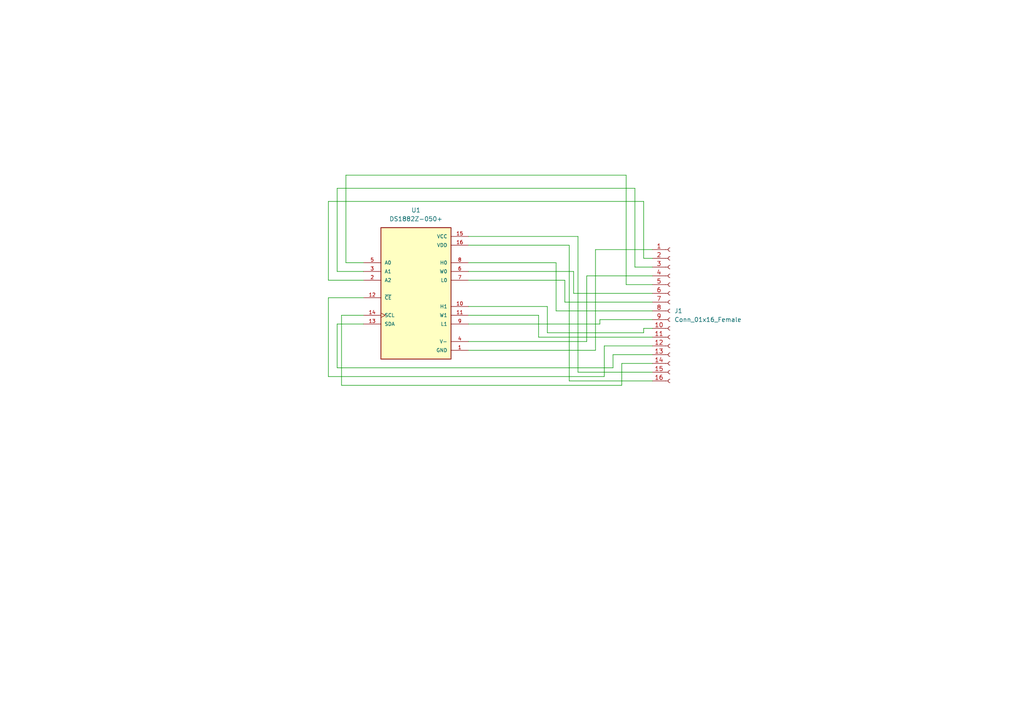
<source format=kicad_sch>
(kicad_sch (version 20211123) (generator eeschema)
  (paper "A4")
  (lib_symbols
    (symbol "Connector:Conn_01x16_Female" (pin_names (offset 1.016) hide)
      (property "Reference" "J" (at 0 20.32 0))
      (property "Value" "Conn_01x16_Female" (at 0 -22.86 0))
      (symbol "Conn_01x16_Female_1_1"
        (arc (start 0 -19.812) (mid -0.508 -20.32) (end 0 -20.828) (stroke (width 0.1524)))
        (arc (start 0 -17.272) (mid -0.508 -17.78) (end 0 -18.288) (stroke (width 0.1524)))
        (arc (start 0 -14.732) (mid -0.508 -15.24) (end 0 -15.748) (stroke (width 0.1524)))
        (arc (start 0 -12.192) (mid -0.508 -12.7) (end 0 -13.208) (stroke (width 0.1524)))
        (arc (start 0 -9.652) (mid -0.508 -10.16) (end 0 -10.668) (stroke (width 0.1524)))
        (arc (start 0 -7.112) (mid -0.508 -7.62) (end 0 -8.128) (stroke (width 0.1524)))
        (arc (start 0 -4.572) (mid -0.508 -5.08) (end 0 -5.588) (stroke (width 0.1524)))
        (arc (start 0 -2.032) (mid -0.508 -2.54) (end 0 -3.048) (stroke (width 0.1524)))
        (polyline (pts (xy -1.27 -20.32) (xy -0.508 -20.32)) (stroke (width 0.1524)))
        (polyline (pts (xy -1.27 -17.78) (xy -0.508 -17.78)) (stroke (width 0.1524)))
        (polyline (pts (xy -1.27 -15.24) (xy -0.508 -15.24)) (stroke (width 0.1524)))
        (polyline (pts (xy -1.27 -12.7) (xy -0.508 -12.7)) (stroke (width 0.1524)))
        (polyline (pts (xy -1.27 -10.16) (xy -0.508 -10.16)) (stroke (width 0.1524)))
        (polyline (pts (xy -1.27 -7.62) (xy -0.508 -7.62)) (stroke (width 0.1524)))
        (polyline (pts (xy -1.27 -5.08) (xy -0.508 -5.08)) (stroke (width 0.1524)))
        (polyline (pts (xy -1.27 -2.54) (xy -0.508 -2.54)) (stroke (width 0.1524)))
        (polyline (pts (xy -1.27 0) (xy -0.508 0)) (stroke (width 0.1524)))
        (polyline (pts (xy -1.27 2.54) (xy -0.508 2.54)) (stroke (width 0.1524)))
        (polyline (pts (xy -1.27 5.08) (xy -0.508 5.08)) (stroke (width 0.1524)))
        (polyline (pts (xy -1.27 7.62) (xy -0.508 7.62)) (stroke (width 0.1524)))
        (polyline (pts (xy -1.27 10.16) (xy -0.508 10.16)) (stroke (width 0.1524)))
        (polyline (pts (xy -1.27 12.7) (xy -0.508 12.7)) (stroke (width 0.1524)))
        (polyline (pts (xy -1.27 15.24) (xy -0.508 15.24)) (stroke (width 0.1524)))
        (polyline (pts (xy -1.27 17.78) (xy -0.508 17.78)) (stroke (width 0.1524)))
        (arc (start 0 0.508) (mid -0.508 0) (end 0 -0.508) (stroke (width 0.1524)))
        (arc (start 0 3.048) (mid -0.508 2.54) (end 0 2.032) (stroke (width 0.1524)))
        (arc (start 0 5.588) (mid -0.508 5.08) (end 0 4.572) (stroke (width 0.1524)))
        (arc (start 0 8.128) (mid -0.508 7.62) (end 0 7.112) (stroke (width 0.1524)))
        (arc (start 0 10.668) (mid -0.508 10.16) (end 0 9.652) (stroke (width 0.1524)))
        (arc (start 0 13.208) (mid -0.508 12.7) (end 0 12.192) (stroke (width 0.1524)))
        (arc (start 0 15.748) (mid -0.508 15.24) (end 0 14.732) (stroke (width 0.1524)))
        (arc (start 0 18.288) (mid -0.508 17.78) (end 0 17.272) (stroke (width 0.1524)))
        (pin passive line (at -5.08 17.78 0) (length 3.81) (name "Pin_1") (number "1"))
        (pin passive line (at -5.08 -5.08 0) (length 3.81) (name "Pin_10") (number "10"))
        (pin passive line (at -5.08 -7.62 0) (length 3.81) (name "Pin_11") (number "11"))
        (pin passive line (at -5.08 -10.16 0) (length 3.81) (name "Pin_12") (number "12"))
        (pin passive line (at -5.08 -12.7 0) (length 3.81) (name "Pin_13") (number "13"))
        (pin passive line (at -5.08 -15.24 0) (length 3.81) (name "Pin_14") (number "14"))
        (pin passive line (at -5.08 -17.78 0) (length 3.81) (name "Pin_15") (number "15"))
        (pin passive line (at -5.08 -20.32 0) (length 3.81) (name "Pin_16") (number "16"))
        (pin passive line (at -5.08 15.24 0) (length 3.81) (name "Pin_2") (number "2"))
        (pin passive line (at -5.08 12.7 0) (length 3.81) (name "Pin_3") (number "3"))
        (pin passive line (at -5.08 10.16 0) (length 3.81) (name "Pin_4") (number "4"))
        (pin passive line (at -5.08 7.62 0) (length 3.81) (name "Pin_5") (number "5"))
        (pin passive line (at -5.08 5.08 0) (length 3.81) (name "Pin_6") (number "6"))
        (pin passive line (at -5.08 2.54 0) (length 3.81) (name "Pin_7") (number "7"))
        (pin passive line (at -5.08 0 0) (length 3.81) (name "Pin_8") (number "8"))
        (pin passive line (at -5.08 -2.54 0) (length 3.81) (name "Pin_9") (number "9"))
      )
    )
    (symbol "DS1882Z-050_:DS1882Z-050+" (pin_names (offset 1.016))
      (property "Reference" "U" (at -10.16 18.288 0))
      (property "Value" "DS1882Z-050+" (at -10.16 -22.86 0))
      (symbol "DS1882Z-050+_0_0"
        (rectangle (start -10.16 -20.32) (end 10.16 17.78) (stroke (width 0.254)) (fill (type background)))
        (pin power_in line (at 15.24 -17.78 180) (length 5.08) (name "GND") (number "1"))
        (pin passive line (at 15.24 -5.08 180) (length 5.08) (name "H1") (number "10"))
        (pin passive line (at 15.24 -7.62 180) (length 5.08) (name "W1") (number "11"))
        (pin input line (at -15.24 -2.54 0) (length 5.08) (name "~{CE}") (number "12"))
        (pin bidirectional line (at -15.24 -10.16 0) (length 5.08) (name "SDA") (number "13"))
        (pin input clock (at -15.24 -7.62 0) (length 5.08) (name "SCL") (number "14"))
        (pin power_in line (at 15.24 15.24 180) (length 5.08) (name "VCC") (number "15"))
        (pin power_in line (at 15.24 12.7 180) (length 5.08) (name "VDD") (number "16"))
        (pin input line (at -15.24 2.54 0) (length 5.08) (name "A2") (number "2"))
        (pin input line (at -15.24 5.08 0) (length 5.08) (name "A1") (number "3"))
        (pin power_in line (at 15.24 -15.24 180) (length 5.08) (name "V-") (number "4"))
        (pin input line (at -15.24 7.62 0) (length 5.08) (name "A0") (number "5"))
        (pin passive line (at 15.24 5.08 180) (length 5.08) (name "W0") (number "6"))
        (pin passive line (at 15.24 2.54 180) (length 5.08) (name "L0") (number "7"))
        (pin passive line (at 15.24 7.62 180) (length 5.08) (name "H0") (number "8"))
        (pin passive line (at 15.24 -10.16 180) (length 5.08) (name "L1") (number "9"))
      )
    )
  )
  (wire (pts (xy 175.26 100.33) (xy 189.23 100.33)))
  (wire (pts (xy 135.89 81.28) (xy 163.83 81.28)))
  (wire (pts (xy 177.8 102.87) (xy 189.23 102.87)))
  (wire (pts (xy 165.1 71.12) (xy 165.1 110.49)))
  (wire (pts (xy 135.89 91.44) (xy 156.21 91.44)))
  (wire (pts (xy 97.79 78.74) (xy 97.79 54.61)))
  (wire (pts (xy 105.41 78.74) (xy 97.79 78.74)))
  (wire (pts (xy 100.33 50.8) (xy 181.61 50.8)))
  (wire (pts (xy 105.41 81.28) (xy 95.25 81.28)))
  (wire (pts (xy 167.64 68.58) (xy 167.64 107.95)))
  (wire (pts (xy 167.64 107.95) (xy 189.23 107.95)))
  (wire (pts (xy 97.79 93.98) (xy 97.79 106.68)))
  (wire (pts (xy 95.25 81.28) (xy 95.25 58.42)))
  (wire (pts (xy 158.75 96.52) (xy 186.69 96.52)))
  (wire (pts (xy 166.37 85.09) (xy 189.23 85.09)))
  (wire (pts (xy 135.89 71.12) (xy 165.1 71.12)))
  (wire (pts (xy 161.29 76.2) (xy 161.29 90.17)))
  (wire (pts (xy 181.61 82.55) (xy 189.23 82.55)))
  (wire (pts (xy 99.06 91.44) (xy 99.06 111.76)))
  (wire (pts (xy 177.8 106.68) (xy 177.8 102.87)))
  (wire (pts (xy 173.99 92.71) (xy 189.23 92.71)))
  (wire (pts (xy 186.69 58.42) (xy 186.69 74.93)))
  (wire (pts (xy 97.79 54.61) (xy 184.15 54.61)))
  (wire (pts (xy 105.41 91.44) (xy 99.06 91.44)))
  (wire (pts (xy 156.21 97.79) (xy 189.23 97.79)))
  (wire (pts (xy 135.89 68.58) (xy 167.64 68.58)))
  (wire (pts (xy 135.89 88.9) (xy 158.75 88.9)))
  (wire (pts (xy 158.75 88.9) (xy 158.75 96.52)))
  (wire (pts (xy 184.15 54.61) (xy 184.15 77.47)))
  (wire (pts (xy 184.15 77.47) (xy 189.23 77.47)))
  (wire (pts (xy 135.89 78.74) (xy 166.37 78.74)))
  (wire (pts (xy 156.21 91.44) (xy 156.21 97.79)))
  (wire (pts (xy 186.69 95.25) (xy 189.23 95.25)))
  (wire (pts (xy 186.69 74.93) (xy 189.23 74.93)))
  (wire (pts (xy 161.29 90.17) (xy 189.23 90.17)))
  (wire (pts (xy 180.34 111.76) (xy 180.34 105.41)))
  (wire (pts (xy 172.72 72.39) (xy 189.23 72.39)))
  (wire (pts (xy 165.1 110.49) (xy 189.23 110.49)))
  (wire (pts (xy 170.18 80.01) (xy 189.23 80.01)))
  (wire (pts (xy 135.89 93.98) (xy 173.99 93.98)))
  (wire (pts (xy 135.89 101.6) (xy 172.72 101.6)))
  (wire (pts (xy 170.18 99.06) (xy 170.18 80.01)))
  (wire (pts (xy 172.72 101.6) (xy 172.72 72.39)))
  (wire (pts (xy 180.34 105.41) (xy 189.23 105.41)))
  (wire (pts (xy 99.06 111.76) (xy 180.34 111.76)))
  (wire (pts (xy 163.83 87.63) (xy 189.23 87.63)))
  (wire (pts (xy 105.41 93.98) (xy 97.79 93.98)))
  (wire (pts (xy 181.61 50.8) (xy 181.61 82.55)))
  (wire (pts (xy 95.25 58.42) (xy 186.69 58.42)))
  (wire (pts (xy 95.25 109.22) (xy 175.26 109.22)))
  (wire (pts (xy 186.69 96.52) (xy 186.69 95.25)))
  (wire (pts (xy 100.33 76.2) (xy 100.33 50.8)))
  (wire (pts (xy 173.99 93.98) (xy 173.99 92.71)))
  (wire (pts (xy 175.26 109.22) (xy 175.26 100.33)))
  (wire (pts (xy 105.41 76.2) (xy 100.33 76.2)))
  (wire (pts (xy 163.83 81.28) (xy 163.83 87.63)))
  (wire (pts (xy 135.89 76.2) (xy 161.29 76.2)))
  (wire (pts (xy 105.41 86.36) (xy 95.25 86.36)))
  (wire (pts (xy 135.89 99.06) (xy 170.18 99.06)))
  (wire (pts (xy 166.37 78.74) (xy 166.37 85.09)))
  (wire (pts (xy 97.79 106.68) (xy 177.8 106.68)))
  (wire (pts (xy 95.25 86.36) (xy 95.25 109.22)))
  (symbol (lib_id "Connector:Conn_01x16_Female") (at 194.31 90.17 0) (unit 1)
    (property "Reference" "J1" (at 195.58 90.1699 0) (effects (justify left)))
    (property "Value" "Conn_01x16_Female" (at 195.58 92.7099 0) (effects (justify left)))
    (property "Footprint" "Connector_PinSocket_2.54mm:PinSocket_1x16_P2.54mm_Vertical" (effects hide))
  )
  (symbol (lib_id "DS1882Z-050_:DS1882Z-050+") (at 120.65 83.82 0) (unit 1)
    (property "Reference" "U1" (at 120.65 60.96 0))
    (property "Value" "DS1882Z-050+" (at 120.65 63.5 0))
    (property "Footprint" "SOIC127P600X175-16N" (effects hide))
    (property "MF" "Maxim Integrated Products" (effects hide))
    (property "MAXIMUM_PACKAGE_HEIGHT" "1.75 mm" (effects hide))
    (property "Package" "None" (effects hide))
    (property "Price" "None" (effects hide))
    (property "Check_prices" "https://www.snapeda.com/parts/DS1882Z-050+/Maxim+Integrated/view-part/?ref=eda" (effects hide))
    (property "STANDARD" "IPC 7351B" (effects hide))
    (property "PARTREV" "0" (effects hide))
    (property "SnapEDA_Link" "https://www.snapeda.com/parts/DS1882Z-050+/Maxim+Integrated/view-part/?ref=snap" (effects hide))
    (property "MP" "DS1882Z-050+" (effects hide))
    (property "Description" "\nDigital Potentiometer 45kOhm 64POS Non-Volatile Log 16-Pin SOIC N Tube\n" (effects hide))
    (property "MANUFACTURER" "Maxim Integrated" (effects hide))
    (property "Availability" "In Stock" (effects hide))
    (property "SNAPEDA_PN" "DS1882Z-050+" (effects hide))
  )
)
</source>
